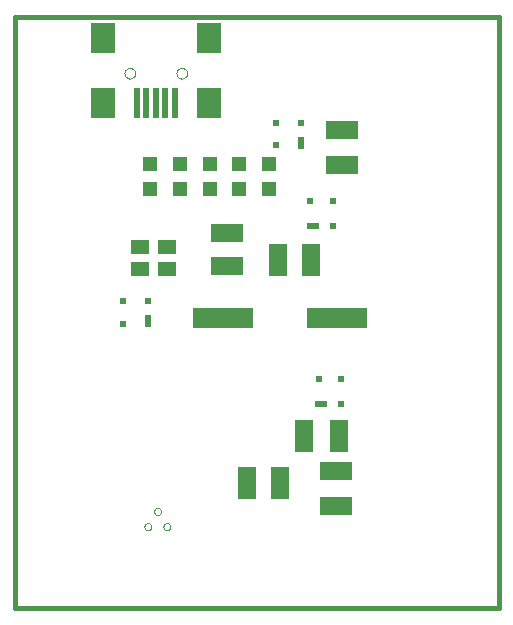
<source format=gtp>
G75*
%MOIN*%
%OFA0B0*%
%FSLAX24Y24*%
%IPPOS*%
%LPD*%
%AMOC8*
5,1,8,0,0,1.08239X$1,22.5*
%
%ADD10C,0.0160*%
%ADD11R,0.0197X0.0984*%
%ADD12R,0.0787X0.0984*%
%ADD13C,0.0000*%
%ADD14R,0.0591X0.1063*%
%ADD15R,0.1063X0.0591*%
%ADD16R,0.0630X0.1063*%
%ADD17R,0.1063X0.0630*%
%ADD18R,0.0591X0.0512*%
%ADD19R,0.0472X0.0472*%
%ADD20R,0.0394X0.0236*%
%ADD21R,0.0236X0.0236*%
%ADD22R,0.0236X0.0394*%
%ADD23R,0.2000X0.0700*%
D10*
X001046Y002668D02*
X017188Y002668D01*
X017188Y022353D01*
X001046Y022353D01*
X001046Y002668D01*
D11*
X005121Y019499D03*
X005436Y019499D03*
X005751Y019499D03*
X006066Y019499D03*
X006381Y019499D03*
D12*
X007522Y019499D03*
X007522Y021664D03*
X003979Y021664D03*
X003979Y019499D03*
D13*
X004708Y020483D02*
X004710Y020509D01*
X004716Y020535D01*
X004726Y020560D01*
X004739Y020583D01*
X004755Y020603D01*
X004775Y020621D01*
X004797Y020636D01*
X004820Y020648D01*
X004846Y020656D01*
X004872Y020660D01*
X004898Y020660D01*
X004924Y020656D01*
X004950Y020648D01*
X004974Y020636D01*
X004995Y020621D01*
X005015Y020603D01*
X005031Y020583D01*
X005044Y020560D01*
X005054Y020535D01*
X005060Y020509D01*
X005062Y020483D01*
X005060Y020457D01*
X005054Y020431D01*
X005044Y020406D01*
X005031Y020383D01*
X005015Y020363D01*
X004995Y020345D01*
X004973Y020330D01*
X004950Y020318D01*
X004924Y020310D01*
X004898Y020306D01*
X004872Y020306D01*
X004846Y020310D01*
X004820Y020318D01*
X004796Y020330D01*
X004775Y020345D01*
X004755Y020363D01*
X004739Y020383D01*
X004726Y020406D01*
X004716Y020431D01*
X004710Y020457D01*
X004708Y020483D01*
X006440Y020483D02*
X006442Y020509D01*
X006448Y020535D01*
X006458Y020560D01*
X006471Y020583D01*
X006487Y020603D01*
X006507Y020621D01*
X006529Y020636D01*
X006552Y020648D01*
X006578Y020656D01*
X006604Y020660D01*
X006630Y020660D01*
X006656Y020656D01*
X006682Y020648D01*
X006706Y020636D01*
X006727Y020621D01*
X006747Y020603D01*
X006763Y020583D01*
X006776Y020560D01*
X006786Y020535D01*
X006792Y020509D01*
X006794Y020483D01*
X006792Y020457D01*
X006786Y020431D01*
X006776Y020406D01*
X006763Y020383D01*
X006747Y020363D01*
X006727Y020345D01*
X006705Y020330D01*
X006682Y020318D01*
X006656Y020310D01*
X006630Y020306D01*
X006604Y020306D01*
X006578Y020310D01*
X006552Y020318D01*
X006528Y020330D01*
X006507Y020345D01*
X006487Y020363D01*
X006471Y020383D01*
X006458Y020406D01*
X006448Y020431D01*
X006442Y020457D01*
X006440Y020483D01*
X005692Y005876D02*
X005694Y005897D01*
X005700Y005917D01*
X005709Y005937D01*
X005721Y005954D01*
X005736Y005968D01*
X005754Y005980D01*
X005774Y005988D01*
X005794Y005993D01*
X005815Y005994D01*
X005836Y005991D01*
X005856Y005985D01*
X005875Y005974D01*
X005892Y005961D01*
X005905Y005945D01*
X005916Y005927D01*
X005924Y005907D01*
X005928Y005887D01*
X005928Y005865D01*
X005924Y005845D01*
X005916Y005825D01*
X005905Y005807D01*
X005892Y005791D01*
X005875Y005778D01*
X005856Y005767D01*
X005836Y005761D01*
X005815Y005758D01*
X005794Y005759D01*
X005774Y005764D01*
X005754Y005772D01*
X005736Y005784D01*
X005721Y005798D01*
X005709Y005815D01*
X005700Y005835D01*
X005694Y005855D01*
X005692Y005876D01*
X005372Y005366D02*
X005374Y005387D01*
X005380Y005407D01*
X005389Y005427D01*
X005401Y005444D01*
X005416Y005458D01*
X005434Y005470D01*
X005454Y005478D01*
X005474Y005483D01*
X005495Y005484D01*
X005516Y005481D01*
X005536Y005475D01*
X005555Y005464D01*
X005572Y005451D01*
X005585Y005435D01*
X005596Y005417D01*
X005604Y005397D01*
X005608Y005377D01*
X005608Y005355D01*
X005604Y005335D01*
X005596Y005315D01*
X005585Y005297D01*
X005572Y005281D01*
X005555Y005268D01*
X005536Y005257D01*
X005516Y005251D01*
X005495Y005248D01*
X005474Y005249D01*
X005454Y005254D01*
X005434Y005262D01*
X005416Y005274D01*
X005401Y005288D01*
X005389Y005305D01*
X005380Y005325D01*
X005374Y005345D01*
X005372Y005366D01*
X006002Y005366D02*
X006004Y005387D01*
X006010Y005407D01*
X006019Y005427D01*
X006031Y005444D01*
X006046Y005458D01*
X006064Y005470D01*
X006084Y005478D01*
X006104Y005483D01*
X006125Y005484D01*
X006146Y005481D01*
X006166Y005475D01*
X006185Y005464D01*
X006202Y005451D01*
X006215Y005435D01*
X006226Y005417D01*
X006234Y005397D01*
X006238Y005377D01*
X006238Y005355D01*
X006234Y005335D01*
X006226Y005315D01*
X006215Y005297D01*
X006202Y005281D01*
X006185Y005268D01*
X006166Y005257D01*
X006146Y005251D01*
X006125Y005248D01*
X006104Y005249D01*
X006084Y005254D01*
X006064Y005262D01*
X006046Y005274D01*
X006031Y005288D01*
X006019Y005305D01*
X006010Y005325D01*
X006004Y005345D01*
X006002Y005366D01*
D14*
X010691Y008377D03*
X011853Y008377D03*
D15*
X011754Y007235D03*
X011754Y006074D03*
X011951Y017432D03*
X011951Y018593D03*
D16*
X010928Y014243D03*
X009825Y014243D03*
X009904Y006841D03*
X008802Y006841D03*
D17*
X008132Y014046D03*
X008132Y015148D03*
D18*
X006125Y014696D03*
X006125Y013948D03*
X005219Y013948D03*
X005219Y014696D03*
D19*
X005573Y016625D03*
X005573Y017452D03*
X006558Y017452D03*
X006558Y016625D03*
X007542Y016625D03*
X007542Y017452D03*
X008526Y017452D03*
X008526Y016625D03*
X009510Y016625D03*
X009510Y017452D03*
D20*
X010987Y015404D03*
X011262Y009459D03*
D21*
X011932Y009459D03*
X011932Y010286D03*
X011184Y010286D03*
X011656Y015404D03*
X011656Y016231D03*
X010908Y016231D03*
X009766Y018082D03*
X009766Y018830D03*
X010593Y018830D03*
X005475Y012885D03*
X004648Y012885D03*
X004648Y012137D03*
D22*
X005475Y012215D03*
X010593Y018160D03*
D23*
X011804Y012314D03*
X008004Y012314D03*
M02*

</source>
